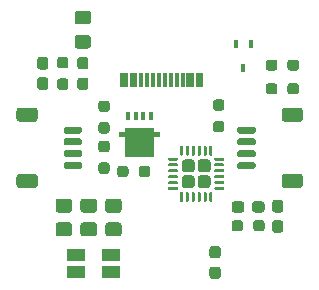
<source format=gbr>
%TF.GenerationSoftware,KiCad,Pcbnew,(5.1.7-0-10_14)*%
%TF.CreationDate,2020-10-21T09:17:32+08:00*%
%TF.ProjectId,STUSB4500_Breakout,53545553-4234-4353-9030-5f427265616b,rev?*%
%TF.SameCoordinates,Original*%
%TF.FileFunction,Paste,Top*%
%TF.FilePolarity,Positive*%
%FSLAX46Y46*%
G04 Gerber Fmt 4.6, Leading zero omitted, Abs format (unit mm)*
G04 Created by KiCad (PCBNEW (5.1.7-0-10_14)) date 2020-10-21 09:17:32*
%MOMM*%
%LPD*%
G01*
G04 APERTURE LIST*
%ADD10R,0.300000X1.150000*%
%ADD11R,0.450000X0.700000*%
%ADD12R,1.500000X1.100000*%
%ADD13C,0.100000*%
%ADD14R,0.400000X0.750000*%
G04 APERTURE END LIST*
%TO.C,R2*%
G36*
G01*
X113062500Y-42925000D02*
X113537500Y-42925000D01*
G75*
G02*
X113775000Y-43162500I0J-237500D01*
G01*
X113775000Y-43662500D01*
G75*
G02*
X113537500Y-43900000I-237500J0D01*
G01*
X113062500Y-43900000D01*
G75*
G02*
X112825000Y-43662500I0J237500D01*
G01*
X112825000Y-43162500D01*
G75*
G02*
X113062500Y-42925000I237500J0D01*
G01*
G37*
G36*
G01*
X113062500Y-41100000D02*
X113537500Y-41100000D01*
G75*
G02*
X113775000Y-41337500I0J-237500D01*
G01*
X113775000Y-41837500D01*
G75*
G02*
X113537500Y-42075000I-237500J0D01*
G01*
X113062500Y-42075000D01*
G75*
G02*
X112825000Y-41837500I0J237500D01*
G01*
X112825000Y-41337500D01*
G75*
G02*
X113062500Y-41100000I237500J0D01*
G01*
G37*
%TD*%
%TO.C,C1*%
G36*
G01*
X111837500Y-43900000D02*
X111362500Y-43900000D01*
G75*
G02*
X111125000Y-43662500I0J237500D01*
G01*
X111125000Y-43062500D01*
G75*
G02*
X111362500Y-42825000I237500J0D01*
G01*
X111837500Y-42825000D01*
G75*
G02*
X112075000Y-43062500I0J-237500D01*
G01*
X112075000Y-43662500D01*
G75*
G02*
X111837500Y-43900000I-237500J0D01*
G01*
G37*
G36*
G01*
X111837500Y-42175000D02*
X111362500Y-42175000D01*
G75*
G02*
X111125000Y-41937500I0J237500D01*
G01*
X111125000Y-41337500D01*
G75*
G02*
X111362500Y-41100000I237500J0D01*
G01*
X111837500Y-41100000D01*
G75*
G02*
X112075000Y-41337500I0J-237500D01*
G01*
X112075000Y-41937500D01*
G75*
G02*
X111837500Y-42175000I-237500J0D01*
G01*
G37*
%TD*%
%TO.C,R6*%
G36*
G01*
X131475000Y-41562500D02*
X131475000Y-42037500D01*
G75*
G02*
X131237500Y-42275000I-237500J0D01*
G01*
X130737500Y-42275000D01*
G75*
G02*
X130500000Y-42037500I0J237500D01*
G01*
X130500000Y-41562500D01*
G75*
G02*
X130737500Y-41325000I237500J0D01*
G01*
X131237500Y-41325000D01*
G75*
G02*
X131475000Y-41562500I0J-237500D01*
G01*
G37*
G36*
G01*
X133300000Y-41562500D02*
X133300000Y-42037500D01*
G75*
G02*
X133062500Y-42275000I-237500J0D01*
G01*
X132562500Y-42275000D01*
G75*
G02*
X132325000Y-42037500I0J237500D01*
G01*
X132325000Y-41562500D01*
G75*
G02*
X132562500Y-41325000I237500J0D01*
G01*
X133062500Y-41325000D01*
G75*
G02*
X133300000Y-41562500I0J-237500D01*
G01*
G37*
%TD*%
%TO.C,U1*%
G36*
G01*
X125787500Y-48625000D02*
X125912500Y-48625000D01*
G75*
G02*
X125975000Y-48687500I0J-62500D01*
G01*
X125975000Y-49387500D01*
G75*
G02*
X125912500Y-49450000I-62500J0D01*
G01*
X125787500Y-49450000D01*
G75*
G02*
X125725000Y-49387500I0J62500D01*
G01*
X125725000Y-48687500D01*
G75*
G02*
X125787500Y-48625000I62500J0D01*
G01*
G37*
G36*
G01*
X125287500Y-48625000D02*
X125412500Y-48625000D01*
G75*
G02*
X125475000Y-48687500I0J-62500D01*
G01*
X125475000Y-49387500D01*
G75*
G02*
X125412500Y-49450000I-62500J0D01*
G01*
X125287500Y-49450000D01*
G75*
G02*
X125225000Y-49387500I0J62500D01*
G01*
X125225000Y-48687500D01*
G75*
G02*
X125287500Y-48625000I62500J0D01*
G01*
G37*
G36*
G01*
X124787500Y-48625000D02*
X124912500Y-48625000D01*
G75*
G02*
X124975000Y-48687500I0J-62500D01*
G01*
X124975000Y-49387500D01*
G75*
G02*
X124912500Y-49450000I-62500J0D01*
G01*
X124787500Y-49450000D01*
G75*
G02*
X124725000Y-49387500I0J62500D01*
G01*
X124725000Y-48687500D01*
G75*
G02*
X124787500Y-48625000I62500J0D01*
G01*
G37*
G36*
G01*
X124287500Y-48625000D02*
X124412500Y-48625000D01*
G75*
G02*
X124475000Y-48687500I0J-62500D01*
G01*
X124475000Y-49387500D01*
G75*
G02*
X124412500Y-49450000I-62500J0D01*
G01*
X124287500Y-49450000D01*
G75*
G02*
X124225000Y-49387500I0J62500D01*
G01*
X124225000Y-48687500D01*
G75*
G02*
X124287500Y-48625000I62500J0D01*
G01*
G37*
G36*
G01*
X123787500Y-48625000D02*
X123912500Y-48625000D01*
G75*
G02*
X123975000Y-48687500I0J-62500D01*
G01*
X123975000Y-49387500D01*
G75*
G02*
X123912500Y-49450000I-62500J0D01*
G01*
X123787500Y-49450000D01*
G75*
G02*
X123725000Y-49387500I0J62500D01*
G01*
X123725000Y-48687500D01*
G75*
G02*
X123787500Y-48625000I62500J0D01*
G01*
G37*
G36*
G01*
X123287500Y-48625000D02*
X123412500Y-48625000D01*
G75*
G02*
X123475000Y-48687500I0J-62500D01*
G01*
X123475000Y-49387500D01*
G75*
G02*
X123412500Y-49450000I-62500J0D01*
G01*
X123287500Y-49450000D01*
G75*
G02*
X123225000Y-49387500I0J62500D01*
G01*
X123225000Y-48687500D01*
G75*
G02*
X123287500Y-48625000I62500J0D01*
G01*
G37*
G36*
G01*
X122287500Y-49625000D02*
X122987500Y-49625000D01*
G75*
G02*
X123050000Y-49687500I0J-62500D01*
G01*
X123050000Y-49812500D01*
G75*
G02*
X122987500Y-49875000I-62500J0D01*
G01*
X122287500Y-49875000D01*
G75*
G02*
X122225000Y-49812500I0J62500D01*
G01*
X122225000Y-49687500D01*
G75*
G02*
X122287500Y-49625000I62500J0D01*
G01*
G37*
G36*
G01*
X122287500Y-50125000D02*
X122987500Y-50125000D01*
G75*
G02*
X123050000Y-50187500I0J-62500D01*
G01*
X123050000Y-50312500D01*
G75*
G02*
X122987500Y-50375000I-62500J0D01*
G01*
X122287500Y-50375000D01*
G75*
G02*
X122225000Y-50312500I0J62500D01*
G01*
X122225000Y-50187500D01*
G75*
G02*
X122287500Y-50125000I62500J0D01*
G01*
G37*
G36*
G01*
X122287500Y-50625000D02*
X122987500Y-50625000D01*
G75*
G02*
X123050000Y-50687500I0J-62500D01*
G01*
X123050000Y-50812500D01*
G75*
G02*
X122987500Y-50875000I-62500J0D01*
G01*
X122287500Y-50875000D01*
G75*
G02*
X122225000Y-50812500I0J62500D01*
G01*
X122225000Y-50687500D01*
G75*
G02*
X122287500Y-50625000I62500J0D01*
G01*
G37*
G36*
G01*
X122287500Y-51125000D02*
X122987500Y-51125000D01*
G75*
G02*
X123050000Y-51187500I0J-62500D01*
G01*
X123050000Y-51312500D01*
G75*
G02*
X122987500Y-51375000I-62500J0D01*
G01*
X122287500Y-51375000D01*
G75*
G02*
X122225000Y-51312500I0J62500D01*
G01*
X122225000Y-51187500D01*
G75*
G02*
X122287500Y-51125000I62500J0D01*
G01*
G37*
G36*
G01*
X122287500Y-51625000D02*
X122987500Y-51625000D01*
G75*
G02*
X123050000Y-51687500I0J-62500D01*
G01*
X123050000Y-51812500D01*
G75*
G02*
X122987500Y-51875000I-62500J0D01*
G01*
X122287500Y-51875000D01*
G75*
G02*
X122225000Y-51812500I0J62500D01*
G01*
X122225000Y-51687500D01*
G75*
G02*
X122287500Y-51625000I62500J0D01*
G01*
G37*
G36*
G01*
X122287500Y-52125000D02*
X122987500Y-52125000D01*
G75*
G02*
X123050000Y-52187500I0J-62500D01*
G01*
X123050000Y-52312500D01*
G75*
G02*
X122987500Y-52375000I-62500J0D01*
G01*
X122287500Y-52375000D01*
G75*
G02*
X122225000Y-52312500I0J62500D01*
G01*
X122225000Y-52187500D01*
G75*
G02*
X122287500Y-52125000I62500J0D01*
G01*
G37*
G36*
G01*
X123287500Y-52550000D02*
X123412500Y-52550000D01*
G75*
G02*
X123475000Y-52612500I0J-62500D01*
G01*
X123475000Y-53312500D01*
G75*
G02*
X123412500Y-53375000I-62500J0D01*
G01*
X123287500Y-53375000D01*
G75*
G02*
X123225000Y-53312500I0J62500D01*
G01*
X123225000Y-52612500D01*
G75*
G02*
X123287500Y-52550000I62500J0D01*
G01*
G37*
G36*
G01*
X123787500Y-52550000D02*
X123912500Y-52550000D01*
G75*
G02*
X123975000Y-52612500I0J-62500D01*
G01*
X123975000Y-53312500D01*
G75*
G02*
X123912500Y-53375000I-62500J0D01*
G01*
X123787500Y-53375000D01*
G75*
G02*
X123725000Y-53312500I0J62500D01*
G01*
X123725000Y-52612500D01*
G75*
G02*
X123787500Y-52550000I62500J0D01*
G01*
G37*
G36*
G01*
X124287500Y-52550000D02*
X124412500Y-52550000D01*
G75*
G02*
X124475000Y-52612500I0J-62500D01*
G01*
X124475000Y-53312500D01*
G75*
G02*
X124412500Y-53375000I-62500J0D01*
G01*
X124287500Y-53375000D01*
G75*
G02*
X124225000Y-53312500I0J62500D01*
G01*
X124225000Y-52612500D01*
G75*
G02*
X124287500Y-52550000I62500J0D01*
G01*
G37*
G36*
G01*
X124787500Y-52550000D02*
X124912500Y-52550000D01*
G75*
G02*
X124975000Y-52612500I0J-62500D01*
G01*
X124975000Y-53312500D01*
G75*
G02*
X124912500Y-53375000I-62500J0D01*
G01*
X124787500Y-53375000D01*
G75*
G02*
X124725000Y-53312500I0J62500D01*
G01*
X124725000Y-52612500D01*
G75*
G02*
X124787500Y-52550000I62500J0D01*
G01*
G37*
G36*
G01*
X125287500Y-52550000D02*
X125412500Y-52550000D01*
G75*
G02*
X125475000Y-52612500I0J-62500D01*
G01*
X125475000Y-53312500D01*
G75*
G02*
X125412500Y-53375000I-62500J0D01*
G01*
X125287500Y-53375000D01*
G75*
G02*
X125225000Y-53312500I0J62500D01*
G01*
X125225000Y-52612500D01*
G75*
G02*
X125287500Y-52550000I62500J0D01*
G01*
G37*
G36*
G01*
X125787500Y-52550000D02*
X125912500Y-52550000D01*
G75*
G02*
X125975000Y-52612500I0J-62500D01*
G01*
X125975000Y-53312500D01*
G75*
G02*
X125912500Y-53375000I-62500J0D01*
G01*
X125787500Y-53375000D01*
G75*
G02*
X125725000Y-53312500I0J62500D01*
G01*
X125725000Y-52612500D01*
G75*
G02*
X125787500Y-52550000I62500J0D01*
G01*
G37*
G36*
G01*
X126212500Y-52125000D02*
X126912500Y-52125000D01*
G75*
G02*
X126975000Y-52187500I0J-62500D01*
G01*
X126975000Y-52312500D01*
G75*
G02*
X126912500Y-52375000I-62500J0D01*
G01*
X126212500Y-52375000D01*
G75*
G02*
X126150000Y-52312500I0J62500D01*
G01*
X126150000Y-52187500D01*
G75*
G02*
X126212500Y-52125000I62500J0D01*
G01*
G37*
G36*
G01*
X126212500Y-51625000D02*
X126912500Y-51625000D01*
G75*
G02*
X126975000Y-51687500I0J-62500D01*
G01*
X126975000Y-51812500D01*
G75*
G02*
X126912500Y-51875000I-62500J0D01*
G01*
X126212500Y-51875000D01*
G75*
G02*
X126150000Y-51812500I0J62500D01*
G01*
X126150000Y-51687500D01*
G75*
G02*
X126212500Y-51625000I62500J0D01*
G01*
G37*
G36*
G01*
X126212500Y-51125000D02*
X126912500Y-51125000D01*
G75*
G02*
X126975000Y-51187500I0J-62500D01*
G01*
X126975000Y-51312500D01*
G75*
G02*
X126912500Y-51375000I-62500J0D01*
G01*
X126212500Y-51375000D01*
G75*
G02*
X126150000Y-51312500I0J62500D01*
G01*
X126150000Y-51187500D01*
G75*
G02*
X126212500Y-51125000I62500J0D01*
G01*
G37*
G36*
G01*
X126212500Y-50625000D02*
X126912500Y-50625000D01*
G75*
G02*
X126975000Y-50687500I0J-62500D01*
G01*
X126975000Y-50812500D01*
G75*
G02*
X126912500Y-50875000I-62500J0D01*
G01*
X126212500Y-50875000D01*
G75*
G02*
X126150000Y-50812500I0J62500D01*
G01*
X126150000Y-50687500D01*
G75*
G02*
X126212500Y-50625000I62500J0D01*
G01*
G37*
G36*
G01*
X126212500Y-50125000D02*
X126912500Y-50125000D01*
G75*
G02*
X126975000Y-50187500I0J-62500D01*
G01*
X126975000Y-50312500D01*
G75*
G02*
X126912500Y-50375000I-62500J0D01*
G01*
X126212500Y-50375000D01*
G75*
G02*
X126150000Y-50312500I0J62500D01*
G01*
X126150000Y-50187500D01*
G75*
G02*
X126212500Y-50125000I62500J0D01*
G01*
G37*
G36*
G01*
X126212500Y-49625000D02*
X126912500Y-49625000D01*
G75*
G02*
X126975000Y-49687500I0J-62500D01*
G01*
X126975000Y-49812500D01*
G75*
G02*
X126912500Y-49875000I-62500J0D01*
G01*
X126212500Y-49875000D01*
G75*
G02*
X126150000Y-49812500I0J62500D01*
G01*
X126150000Y-49687500D01*
G75*
G02*
X126212500Y-49625000I62500J0D01*
G01*
G37*
G36*
G01*
X124979999Y-49780000D02*
X125570001Y-49780000D01*
G75*
G02*
X125820000Y-50029999I0J-249999D01*
G01*
X125820000Y-50620001D01*
G75*
G02*
X125570001Y-50870000I-249999J0D01*
G01*
X124979999Y-50870000D01*
G75*
G02*
X124730000Y-50620001I0J249999D01*
G01*
X124730000Y-50029999D01*
G75*
G02*
X124979999Y-49780000I249999J0D01*
G01*
G37*
G36*
G01*
X123629999Y-49780000D02*
X124220001Y-49780000D01*
G75*
G02*
X124470000Y-50029999I0J-249999D01*
G01*
X124470000Y-50620001D01*
G75*
G02*
X124220001Y-50870000I-249999J0D01*
G01*
X123629999Y-50870000D01*
G75*
G02*
X123380000Y-50620001I0J249999D01*
G01*
X123380000Y-50029999D01*
G75*
G02*
X123629999Y-49780000I249999J0D01*
G01*
G37*
G36*
G01*
X124979999Y-51130000D02*
X125570001Y-51130000D01*
G75*
G02*
X125820000Y-51379999I0J-249999D01*
G01*
X125820000Y-51970001D01*
G75*
G02*
X125570001Y-52220000I-249999J0D01*
G01*
X124979999Y-52220000D01*
G75*
G02*
X124730000Y-51970001I0J249999D01*
G01*
X124730000Y-51379999D01*
G75*
G02*
X124979999Y-51130000I249999J0D01*
G01*
G37*
G36*
G01*
X123629999Y-51130000D02*
X124220001Y-51130000D01*
G75*
G02*
X124470000Y-51379999I0J-249999D01*
G01*
X124470000Y-51970001D01*
G75*
G02*
X124220001Y-52220000I-249999J0D01*
G01*
X123629999Y-52220000D01*
G75*
G02*
X123380000Y-51970001I0J249999D01*
G01*
X123380000Y-51379999D01*
G75*
G02*
X123629999Y-51130000I249999J0D01*
G01*
G37*
%TD*%
D10*
%TO.C,J1*%
X118650000Y-43070000D03*
X119450000Y-43070000D03*
X119950000Y-43070000D03*
X120450000Y-43070000D03*
X120950000Y-43070000D03*
X121450000Y-43070000D03*
X121950000Y-43070000D03*
X122450000Y-43070000D03*
X122950000Y-43070000D03*
X123450000Y-43070000D03*
X124250000Y-43070000D03*
X125050000Y-43070000D03*
X124750000Y-43070000D03*
X123950000Y-43070000D03*
X119150000Y-43070000D03*
X118350000Y-43070000D03*
%TD*%
D11*
%TO.C,D1*%
X128600000Y-42000000D03*
X127950000Y-40000000D03*
X129250000Y-40000000D03*
%TD*%
%TO.C,C2*%
G36*
G01*
X127600000Y-54037500D02*
X127600000Y-53562500D01*
G75*
G02*
X127837500Y-53325000I237500J0D01*
G01*
X128437500Y-53325000D01*
G75*
G02*
X128675000Y-53562500I0J-237500D01*
G01*
X128675000Y-54037500D01*
G75*
G02*
X128437500Y-54275000I-237500J0D01*
G01*
X127837500Y-54275000D01*
G75*
G02*
X127600000Y-54037500I0J237500D01*
G01*
G37*
G36*
G01*
X129325000Y-54037500D02*
X129325000Y-53562500D01*
G75*
G02*
X129562500Y-53325000I237500J0D01*
G01*
X130162500Y-53325000D01*
G75*
G02*
X130400000Y-53562500I0J-237500D01*
G01*
X130400000Y-54037500D01*
G75*
G02*
X130162500Y-54275000I-237500J0D01*
G01*
X129562500Y-54275000D01*
G75*
G02*
X129325000Y-54037500I0J237500D01*
G01*
G37*
%TD*%
%TO.C,C3*%
G36*
G01*
X131737500Y-54275000D02*
X131262500Y-54275000D01*
G75*
G02*
X131025000Y-54037500I0J237500D01*
G01*
X131025000Y-53437500D01*
G75*
G02*
X131262500Y-53200000I237500J0D01*
G01*
X131737500Y-53200000D01*
G75*
G02*
X131975000Y-53437500I0J-237500D01*
G01*
X131975000Y-54037500D01*
G75*
G02*
X131737500Y-54275000I-237500J0D01*
G01*
G37*
G36*
G01*
X131737500Y-56000000D02*
X131262500Y-56000000D01*
G75*
G02*
X131025000Y-55762500I0J237500D01*
G01*
X131025000Y-55162500D01*
G75*
G02*
X131262500Y-54925000I237500J0D01*
G01*
X131737500Y-54925000D01*
G75*
G02*
X131975000Y-55162500I0J-237500D01*
G01*
X131975000Y-55762500D01*
G75*
G02*
X131737500Y-56000000I-237500J0D01*
G01*
G37*
%TD*%
%TO.C,C4*%
G36*
G01*
X115450001Y-40400000D02*
X114549999Y-40400000D01*
G75*
G02*
X114300000Y-40150001I0J249999D01*
G01*
X114300000Y-39499999D01*
G75*
G02*
X114549999Y-39250000I249999J0D01*
G01*
X115450001Y-39250000D01*
G75*
G02*
X115700000Y-39499999I0J-249999D01*
G01*
X115700000Y-40150001D01*
G75*
G02*
X115450001Y-40400000I-249999J0D01*
G01*
G37*
G36*
G01*
X115450001Y-38350000D02*
X114549999Y-38350000D01*
G75*
G02*
X114300000Y-38100001I0J249999D01*
G01*
X114300000Y-37449999D01*
G75*
G02*
X114549999Y-37200000I249999J0D01*
G01*
X115450001Y-37200000D01*
G75*
G02*
X115700000Y-37449999I0J-249999D01*
G01*
X115700000Y-38100001D01*
G75*
G02*
X115450001Y-38350000I-249999J0D01*
G01*
G37*
%TD*%
%TO.C,D3*%
G36*
G01*
X114762500Y-42850000D02*
X115237500Y-42850000D01*
G75*
G02*
X115475000Y-43087500I0J-237500D01*
G01*
X115475000Y-43662500D01*
G75*
G02*
X115237500Y-43900000I-237500J0D01*
G01*
X114762500Y-43900000D01*
G75*
G02*
X114525000Y-43662500I0J237500D01*
G01*
X114525000Y-43087500D01*
G75*
G02*
X114762500Y-42850000I237500J0D01*
G01*
G37*
G36*
G01*
X114762500Y-41100000D02*
X115237500Y-41100000D01*
G75*
G02*
X115475000Y-41337500I0J-237500D01*
G01*
X115475000Y-41912500D01*
G75*
G02*
X115237500Y-42150000I-237500J0D01*
G01*
X114762500Y-42150000D01*
G75*
G02*
X114525000Y-41912500I0J237500D01*
G01*
X114525000Y-41337500D01*
G75*
G02*
X114762500Y-41100000I237500J0D01*
G01*
G37*
%TD*%
%TO.C,D4*%
G36*
G01*
X126437500Y-59900000D02*
X125962500Y-59900000D01*
G75*
G02*
X125725000Y-59662500I0J237500D01*
G01*
X125725000Y-59087500D01*
G75*
G02*
X125962500Y-58850000I237500J0D01*
G01*
X126437500Y-58850000D01*
G75*
G02*
X126675000Y-59087500I0J-237500D01*
G01*
X126675000Y-59662500D01*
G75*
G02*
X126437500Y-59900000I-237500J0D01*
G01*
G37*
G36*
G01*
X126437500Y-58150000D02*
X125962500Y-58150000D01*
G75*
G02*
X125725000Y-57912500I0J237500D01*
G01*
X125725000Y-57337500D01*
G75*
G02*
X125962500Y-57100000I237500J0D01*
G01*
X126437500Y-57100000D01*
G75*
G02*
X126675000Y-57337500I0J-237500D01*
G01*
X126675000Y-57912500D01*
G75*
G02*
X126437500Y-58150000I-237500J0D01*
G01*
G37*
%TD*%
D12*
%TO.C,D5*%
X117400000Y-59350000D03*
X114400000Y-59350000D03*
X114400000Y-57850000D03*
X117400000Y-57850000D03*
%TD*%
%TO.C,J2*%
G36*
G01*
X113535000Y-47000000D02*
X114785000Y-47000000D01*
G75*
G02*
X114935000Y-47150000I0J-150000D01*
G01*
X114935000Y-47450000D01*
G75*
G02*
X114785000Y-47600000I-150000J0D01*
G01*
X113535000Y-47600000D01*
G75*
G02*
X113385000Y-47450000I0J150000D01*
G01*
X113385000Y-47150000D01*
G75*
G02*
X113535000Y-47000000I150000J0D01*
G01*
G37*
G36*
G01*
X113535000Y-48000000D02*
X114785000Y-48000000D01*
G75*
G02*
X114935000Y-48150000I0J-150000D01*
G01*
X114935000Y-48450000D01*
G75*
G02*
X114785000Y-48600000I-150000J0D01*
G01*
X113535000Y-48600000D01*
G75*
G02*
X113385000Y-48450000I0J150000D01*
G01*
X113385000Y-48150000D01*
G75*
G02*
X113535000Y-48000000I150000J0D01*
G01*
G37*
G36*
G01*
X113535000Y-49000000D02*
X114785000Y-49000000D01*
G75*
G02*
X114935000Y-49150000I0J-150000D01*
G01*
X114935000Y-49450000D01*
G75*
G02*
X114785000Y-49600000I-150000J0D01*
G01*
X113535000Y-49600000D01*
G75*
G02*
X113385000Y-49450000I0J150000D01*
G01*
X113385000Y-49150000D01*
G75*
G02*
X113535000Y-49000000I150000J0D01*
G01*
G37*
G36*
G01*
X113535000Y-50000000D02*
X114785000Y-50000000D01*
G75*
G02*
X114935000Y-50150000I0J-150000D01*
G01*
X114935000Y-50450000D01*
G75*
G02*
X114785000Y-50600000I-150000J0D01*
G01*
X113535000Y-50600000D01*
G75*
G02*
X113385000Y-50450000I0J150000D01*
G01*
X113385000Y-50150000D01*
G75*
G02*
X113535000Y-50000000I150000J0D01*
G01*
G37*
G36*
G01*
X109634999Y-45400000D02*
X110935001Y-45400000D01*
G75*
G02*
X111185000Y-45649999I0J-249999D01*
G01*
X111185000Y-46350001D01*
G75*
G02*
X110935001Y-46600000I-249999J0D01*
G01*
X109634999Y-46600000D01*
G75*
G02*
X109385000Y-46350001I0J249999D01*
G01*
X109385000Y-45649999D01*
G75*
G02*
X109634999Y-45400000I249999J0D01*
G01*
G37*
G36*
G01*
X109634999Y-51000000D02*
X110935001Y-51000000D01*
G75*
G02*
X111185000Y-51249999I0J-249999D01*
G01*
X111185000Y-51950001D01*
G75*
G02*
X110935001Y-52200000I-249999J0D01*
G01*
X109634999Y-52200000D01*
G75*
G02*
X109385000Y-51950001I0J249999D01*
G01*
X109385000Y-51249999D01*
G75*
G02*
X109634999Y-51000000I249999J0D01*
G01*
G37*
%TD*%
%TO.C,J3*%
G36*
G01*
X133385001Y-46600000D02*
X132084999Y-46600000D01*
G75*
G02*
X131835000Y-46350001I0J249999D01*
G01*
X131835000Y-45649999D01*
G75*
G02*
X132084999Y-45400000I249999J0D01*
G01*
X133385001Y-45400000D01*
G75*
G02*
X133635000Y-45649999I0J-249999D01*
G01*
X133635000Y-46350001D01*
G75*
G02*
X133385001Y-46600000I-249999J0D01*
G01*
G37*
G36*
G01*
X133385001Y-52200000D02*
X132084999Y-52200000D01*
G75*
G02*
X131835000Y-51950001I0J249999D01*
G01*
X131835000Y-51249999D01*
G75*
G02*
X132084999Y-51000000I249999J0D01*
G01*
X133385001Y-51000000D01*
G75*
G02*
X133635000Y-51249999I0J-249999D01*
G01*
X133635000Y-51950001D01*
G75*
G02*
X133385001Y-52200000I-249999J0D01*
G01*
G37*
G36*
G01*
X129485000Y-47600000D02*
X128235000Y-47600000D01*
G75*
G02*
X128085000Y-47450000I0J150000D01*
G01*
X128085000Y-47150000D01*
G75*
G02*
X128235000Y-47000000I150000J0D01*
G01*
X129485000Y-47000000D01*
G75*
G02*
X129635000Y-47150000I0J-150000D01*
G01*
X129635000Y-47450000D01*
G75*
G02*
X129485000Y-47600000I-150000J0D01*
G01*
G37*
G36*
G01*
X129485000Y-48600000D02*
X128235000Y-48600000D01*
G75*
G02*
X128085000Y-48450000I0J150000D01*
G01*
X128085000Y-48150000D01*
G75*
G02*
X128235000Y-48000000I150000J0D01*
G01*
X129485000Y-48000000D01*
G75*
G02*
X129635000Y-48150000I0J-150000D01*
G01*
X129635000Y-48450000D01*
G75*
G02*
X129485000Y-48600000I-150000J0D01*
G01*
G37*
G36*
G01*
X129485000Y-49600000D02*
X128235000Y-49600000D01*
G75*
G02*
X128085000Y-49450000I0J150000D01*
G01*
X128085000Y-49150000D01*
G75*
G02*
X128235000Y-49000000I150000J0D01*
G01*
X129485000Y-49000000D01*
G75*
G02*
X129635000Y-49150000I0J-150000D01*
G01*
X129635000Y-49450000D01*
G75*
G02*
X129485000Y-49600000I-150000J0D01*
G01*
G37*
G36*
G01*
X129485000Y-50600000D02*
X128235000Y-50600000D01*
G75*
G02*
X128085000Y-50450000I0J150000D01*
G01*
X128085000Y-50150000D01*
G75*
G02*
X128235000Y-50000000I150000J0D01*
G01*
X129485000Y-50000000D01*
G75*
G02*
X129635000Y-50150000I0J-150000D01*
G01*
X129635000Y-50450000D01*
G75*
G02*
X129485000Y-50600000I-150000J0D01*
G01*
G37*
%TD*%
D13*
%TO.C,Q1*%
G36*
X118575000Y-47850000D02*
G01*
X118045000Y-47850000D01*
X118045000Y-47450000D01*
X118575000Y-47450000D01*
X118575000Y-47150000D01*
X121025000Y-47150000D01*
X121025000Y-47450000D01*
X121555000Y-47450000D01*
X121555000Y-47850000D01*
X121025000Y-47850000D01*
X121025000Y-49550000D01*
X118575000Y-49550000D01*
X118575000Y-47850000D01*
G37*
D14*
X118825000Y-46125000D03*
X119475000Y-46125000D03*
X120125000Y-46125000D03*
X120775000Y-46125000D03*
%TD*%
%TO.C,R1*%
G36*
G01*
X116562500Y-46625000D02*
X117037500Y-46625000D01*
G75*
G02*
X117275000Y-46862500I0J-237500D01*
G01*
X117275000Y-47362500D01*
G75*
G02*
X117037500Y-47600000I-237500J0D01*
G01*
X116562500Y-47600000D01*
G75*
G02*
X116325000Y-47362500I0J237500D01*
G01*
X116325000Y-46862500D01*
G75*
G02*
X116562500Y-46625000I237500J0D01*
G01*
G37*
G36*
G01*
X116562500Y-44800000D02*
X117037500Y-44800000D01*
G75*
G02*
X117275000Y-45037500I0J-237500D01*
G01*
X117275000Y-45537500D01*
G75*
G02*
X117037500Y-45775000I-237500J0D01*
G01*
X116562500Y-45775000D01*
G75*
G02*
X116325000Y-45537500I0J237500D01*
G01*
X116325000Y-45037500D01*
G75*
G02*
X116562500Y-44800000I237500J0D01*
G01*
G37*
%TD*%
%TO.C,R3*%
G36*
G01*
X116562500Y-48200000D02*
X117037500Y-48200000D01*
G75*
G02*
X117275000Y-48437500I0J-237500D01*
G01*
X117275000Y-48937500D01*
G75*
G02*
X117037500Y-49175000I-237500J0D01*
G01*
X116562500Y-49175000D01*
G75*
G02*
X116325000Y-48937500I0J237500D01*
G01*
X116325000Y-48437500D01*
G75*
G02*
X116562500Y-48200000I237500J0D01*
G01*
G37*
G36*
G01*
X116562500Y-50025000D02*
X117037500Y-50025000D01*
G75*
G02*
X117275000Y-50262500I0J-237500D01*
G01*
X117275000Y-50762500D01*
G75*
G02*
X117037500Y-51000000I-237500J0D01*
G01*
X116562500Y-51000000D01*
G75*
G02*
X116325000Y-50762500I0J237500D01*
G01*
X116325000Y-50262500D01*
G75*
G02*
X116562500Y-50025000I237500J0D01*
G01*
G37*
%TD*%
%TO.C,R4*%
G36*
G01*
X117900000Y-51037500D02*
X117900000Y-50562500D01*
G75*
G02*
X118137500Y-50325000I237500J0D01*
G01*
X118637500Y-50325000D01*
G75*
G02*
X118875000Y-50562500I0J-237500D01*
G01*
X118875000Y-51037500D01*
G75*
G02*
X118637500Y-51275000I-237500J0D01*
G01*
X118137500Y-51275000D01*
G75*
G02*
X117900000Y-51037500I0J237500D01*
G01*
G37*
G36*
G01*
X119725000Y-51037500D02*
X119725000Y-50562500D01*
G75*
G02*
X119962500Y-50325000I237500J0D01*
G01*
X120462500Y-50325000D01*
G75*
G02*
X120700000Y-50562500I0J-237500D01*
G01*
X120700000Y-51037500D01*
G75*
G02*
X120462500Y-51275000I-237500J0D01*
G01*
X119962500Y-51275000D01*
G75*
G02*
X119725000Y-51037500I0J237500D01*
G01*
G37*
%TD*%
%TO.C,R5*%
G36*
G01*
X133300000Y-43562500D02*
X133300000Y-44037500D01*
G75*
G02*
X133062500Y-44275000I-237500J0D01*
G01*
X132562500Y-44275000D01*
G75*
G02*
X132325000Y-44037500I0J237500D01*
G01*
X132325000Y-43562500D01*
G75*
G02*
X132562500Y-43325000I237500J0D01*
G01*
X133062500Y-43325000D01*
G75*
G02*
X133300000Y-43562500I0J-237500D01*
G01*
G37*
G36*
G01*
X131475000Y-43562500D02*
X131475000Y-44037500D01*
G75*
G02*
X131237500Y-44275000I-237500J0D01*
G01*
X130737500Y-44275000D01*
G75*
G02*
X130500000Y-44037500I0J237500D01*
G01*
X130500000Y-43562500D01*
G75*
G02*
X130737500Y-43325000I237500J0D01*
G01*
X131237500Y-43325000D01*
G75*
G02*
X131475000Y-43562500I0J-237500D01*
G01*
G37*
%TD*%
%TO.C,R7*%
G36*
G01*
X128575000Y-55162500D02*
X128575000Y-55637500D01*
G75*
G02*
X128337500Y-55875000I-237500J0D01*
G01*
X127837500Y-55875000D01*
G75*
G02*
X127600000Y-55637500I0J237500D01*
G01*
X127600000Y-55162500D01*
G75*
G02*
X127837500Y-54925000I237500J0D01*
G01*
X128337500Y-54925000D01*
G75*
G02*
X128575000Y-55162500I0J-237500D01*
G01*
G37*
G36*
G01*
X130400000Y-55162500D02*
X130400000Y-55637500D01*
G75*
G02*
X130162500Y-55875000I-237500J0D01*
G01*
X129662500Y-55875000D01*
G75*
G02*
X129425000Y-55637500I0J237500D01*
G01*
X129425000Y-55162500D01*
G75*
G02*
X129662500Y-54925000I237500J0D01*
G01*
X130162500Y-54925000D01*
G75*
G02*
X130400000Y-55162500I0J-237500D01*
G01*
G37*
%TD*%
%TO.C,R8*%
G36*
G01*
X126262500Y-44700000D02*
X126737500Y-44700000D01*
G75*
G02*
X126975000Y-44937500I0J-237500D01*
G01*
X126975000Y-45437500D01*
G75*
G02*
X126737500Y-45675000I-237500J0D01*
G01*
X126262500Y-45675000D01*
G75*
G02*
X126025000Y-45437500I0J237500D01*
G01*
X126025000Y-44937500D01*
G75*
G02*
X126262500Y-44700000I237500J0D01*
G01*
G37*
G36*
G01*
X126262500Y-46525000D02*
X126737500Y-46525000D01*
G75*
G02*
X126975000Y-46762500I0J-237500D01*
G01*
X126975000Y-47262500D01*
G75*
G02*
X126737500Y-47500000I-237500J0D01*
G01*
X126262500Y-47500000D01*
G75*
G02*
X126025000Y-47262500I0J237500D01*
G01*
X126025000Y-46762500D01*
G75*
G02*
X126262500Y-46525000I237500J0D01*
G01*
G37*
%TD*%
%TO.C,R9*%
G36*
G01*
X118050001Y-56300000D02*
X117149999Y-56300000D01*
G75*
G02*
X116900000Y-56050001I0J249999D01*
G01*
X116900000Y-55349999D01*
G75*
G02*
X117149999Y-55100000I249999J0D01*
G01*
X118050001Y-55100000D01*
G75*
G02*
X118300000Y-55349999I0J-249999D01*
G01*
X118300000Y-56050001D01*
G75*
G02*
X118050001Y-56300000I-249999J0D01*
G01*
G37*
G36*
G01*
X118050001Y-54300000D02*
X117149999Y-54300000D01*
G75*
G02*
X116900000Y-54050001I0J249999D01*
G01*
X116900000Y-53349999D01*
G75*
G02*
X117149999Y-53100000I249999J0D01*
G01*
X118050001Y-53100000D01*
G75*
G02*
X118300000Y-53349999I0J-249999D01*
G01*
X118300000Y-54050001D01*
G75*
G02*
X118050001Y-54300000I-249999J0D01*
G01*
G37*
%TD*%
%TO.C,R10*%
G36*
G01*
X115950001Y-54300000D02*
X115049999Y-54300000D01*
G75*
G02*
X114800000Y-54050001I0J249999D01*
G01*
X114800000Y-53349999D01*
G75*
G02*
X115049999Y-53100000I249999J0D01*
G01*
X115950001Y-53100000D01*
G75*
G02*
X116200000Y-53349999I0J-249999D01*
G01*
X116200000Y-54050001D01*
G75*
G02*
X115950001Y-54300000I-249999J0D01*
G01*
G37*
G36*
G01*
X115950001Y-56300000D02*
X115049999Y-56300000D01*
G75*
G02*
X114800000Y-56050001I0J249999D01*
G01*
X114800000Y-55349999D01*
G75*
G02*
X115049999Y-55100000I249999J0D01*
G01*
X115950001Y-55100000D01*
G75*
G02*
X116200000Y-55349999I0J-249999D01*
G01*
X116200000Y-56050001D01*
G75*
G02*
X115950001Y-56300000I-249999J0D01*
G01*
G37*
%TD*%
%TO.C,R11*%
G36*
G01*
X113850001Y-56300000D02*
X112949999Y-56300000D01*
G75*
G02*
X112700000Y-56050001I0J249999D01*
G01*
X112700000Y-55349999D01*
G75*
G02*
X112949999Y-55100000I249999J0D01*
G01*
X113850001Y-55100000D01*
G75*
G02*
X114100000Y-55349999I0J-249999D01*
G01*
X114100000Y-56050001D01*
G75*
G02*
X113850001Y-56300000I-249999J0D01*
G01*
G37*
G36*
G01*
X113850001Y-54300000D02*
X112949999Y-54300000D01*
G75*
G02*
X112700000Y-54050001I0J249999D01*
G01*
X112700000Y-53349999D01*
G75*
G02*
X112949999Y-53100000I249999J0D01*
G01*
X113850001Y-53100000D01*
G75*
G02*
X114100000Y-53349999I0J-249999D01*
G01*
X114100000Y-54050001D01*
G75*
G02*
X113850001Y-54300000I-249999J0D01*
G01*
G37*
%TD*%
M02*

</source>
